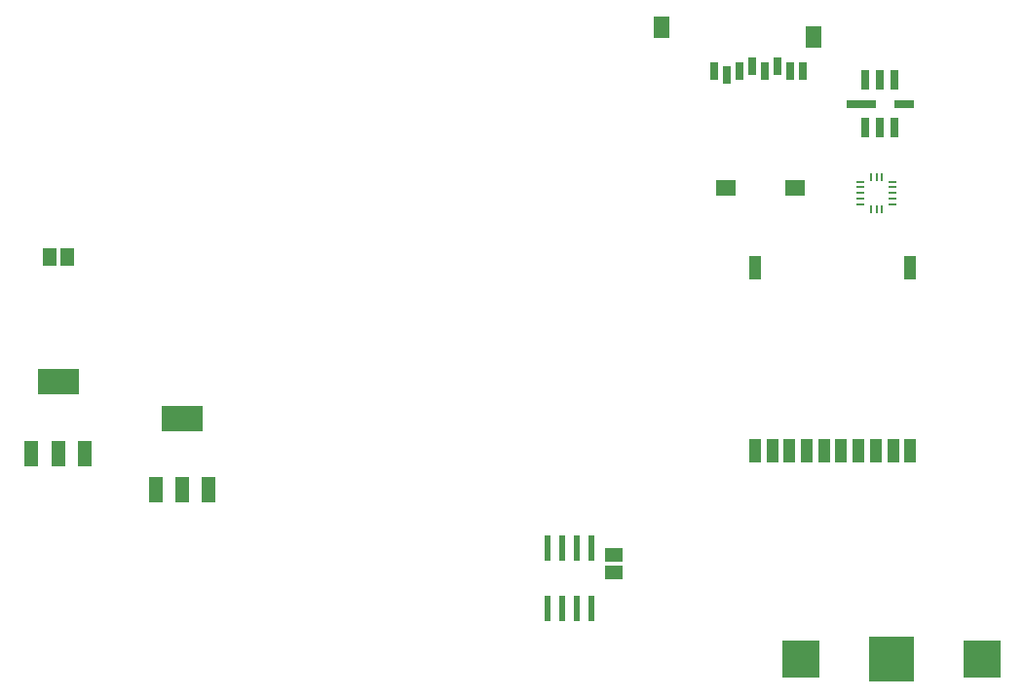
<source format=gtp>
G75*
G70*
%OFA0B0*%
%FSLAX24Y24*%
%IPPOS*%
%LPD*%
%AMOC8*
5,1,8,0,0,1.08239X$1,22.5*
%
%ADD10R,0.0551X0.0748*%
%ADD11R,0.0709X0.0551*%
%ADD12R,0.0276X0.0591*%
%ADD13R,0.0984X0.0315*%
%ADD14R,0.0657X0.0315*%
%ADD15R,0.0315X0.0657*%
%ADD16R,0.1560X0.1560*%
%ADD17R,0.1250X0.1250*%
%ADD18R,0.0240X0.0870*%
%ADD19R,0.0276X0.0110*%
%ADD20R,0.0110X0.0276*%
%ADD21R,0.0480X0.0880*%
%ADD22R,0.1417X0.0866*%
%ADD23R,0.0480X0.0880*%
%ADD24R,0.0630X0.0460*%
%ADD25R,0.0460X0.0630*%
%ADD26R,0.0394X0.0787*%
D10*
X032526Y024202D03*
X027329Y024556D03*
D11*
X029534Y019044D03*
X031896Y019044D03*
D12*
X029573Y022902D03*
X029140Y023060D03*
X030006Y023060D03*
X030439Y023217D03*
X030872Y023060D03*
X031305Y023217D03*
X031739Y023060D03*
X032172Y023060D03*
D13*
X034159Y021933D03*
D14*
X035621Y021933D03*
D15*
X035308Y021120D03*
X034808Y021120D03*
X034308Y021120D03*
X034308Y022746D03*
X034808Y022746D03*
X035308Y022746D03*
D16*
X035183Y002933D03*
D17*
X032083Y002933D03*
X038283Y002933D03*
D18*
X024933Y004653D03*
X024433Y004653D03*
X023933Y004653D03*
X023433Y004653D03*
X023433Y006713D03*
X023933Y006713D03*
X024433Y006713D03*
X024933Y006713D03*
D19*
X034132Y018477D03*
X034132Y018674D03*
X034132Y018871D03*
X034132Y019068D03*
X034132Y019265D03*
X035235Y019265D03*
X035235Y019068D03*
X035235Y018871D03*
X035235Y018674D03*
X035235Y018477D03*
D20*
X034880Y018320D03*
X034683Y018320D03*
X034487Y018320D03*
X034487Y019422D03*
X034683Y019422D03*
X034880Y019422D03*
D21*
X007593Y009963D03*
X006683Y009963D03*
X005773Y009963D03*
D22*
X006683Y012403D03*
X010933Y011153D03*
D23*
X010024Y008713D03*
X010933Y008713D03*
X011843Y008713D03*
D24*
X025683Y006483D03*
X025683Y005883D03*
D25*
X006983Y016683D03*
X006383Y016683D03*
D26*
X030526Y016333D03*
X035841Y016333D03*
X035841Y010034D03*
X035250Y010034D03*
X034660Y010034D03*
X034069Y010034D03*
X033479Y010034D03*
X032888Y010034D03*
X032298Y010034D03*
X031707Y010034D03*
X031116Y010034D03*
X030526Y010034D03*
M02*

</source>
